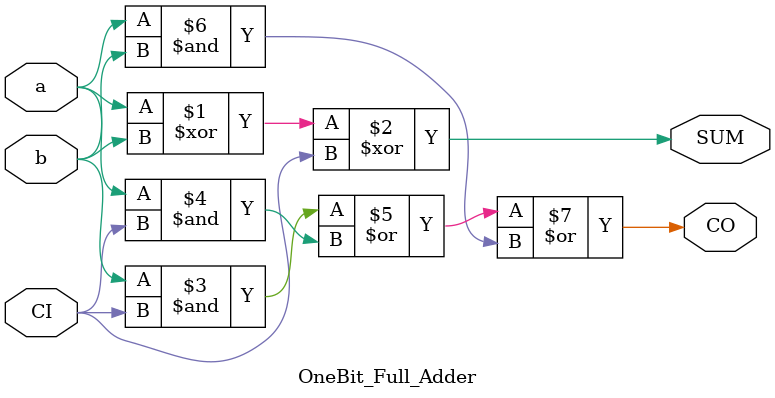
<source format=v>
module OneBit_Full_Adder(a,b,CI,CO,SUM);
    input a, b, CI;
    output SUM, CO;
    
  assign SUM = a^b^CI;
  assign CO = b&CI | a&CI | a&b;
endmodule

</source>
